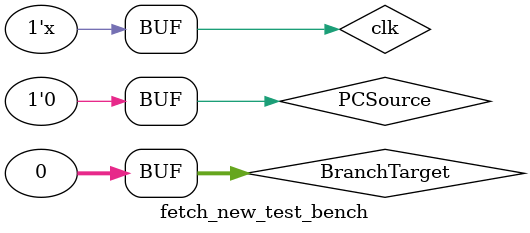
<source format=v>
`timescale 1ns / 1ps


module fetch_new_test_bench;

	// Inputs
	reg [31:0] BranchTarget;
	reg PCSource;
	reg clk;

	// Outputs
	wire [31:0] NextPC;
	wire [31:0] Instruction;
	wire Hit;

	// Instantiate the Unit Under Test (UUT)
	Fetch uut (
		.BranchTarget(BranchTarget), 
		.PCSource(PCSource), 
		.clk(clk), 
		.NextPC(NextPC), 
		.Instruction(Instruction), 
		.Hit(Hit)
	);	
	initial begin 
		clk = 0;
	end
	always #50 clk = ~clk;
	initial begin
		// Initialize Inputs
		BranchTarget = 0;
		PCSource = 0;
		clk = 0;

		// Wait 100 ns for global reset to finish
		#100;
        
		// Add stimulus here

	end
      
endmodule


</source>
